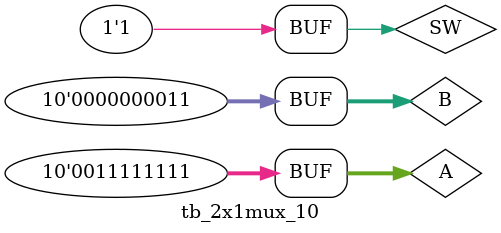
<source format=v>
module mux2x1_10(
    output reg [9:0] mout,      
    input wire [9:0] A, B,      //A when sel 0
    input wire SW
    );

    always @(*) begin
    case (SW)
        1'b0:mout [9:0] = A[9:0];
        1'b1: mout [9:0] = B[9:0];
        default:mout=10'bx;
        endcase
    end
  
endmodule

module tb_2x1mux_10 ();
    wire [9:0] mout;
    reg[9:0] A, B;
    reg SW;
    
    mux2x1_10 SUT(.mout(mout), .A(A), .B(B), .SW(SW));
    
    parameter PERIOD = 10;
    
    
    initial begin 
        A = 10'b111111111;   B= 10'b0; SW = 1'b0;     #PERIOD;
        A = 10'b0;    B= 10'b111111111; SW = 1'b1;     #PERIOD;
        A = 10'b11111111;    B= 10'b11; #PERIOD;
                              #PERIOD;
     end  
endmodule    
    
</source>
